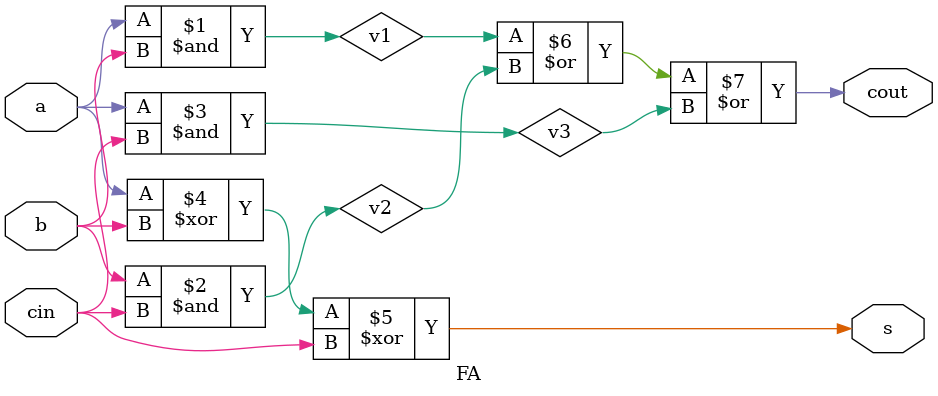
<source format=v>
`timescale 1ns / 1ps
module wallace_4bit(
input [3:0]a,
input [3:0]b,
//defined input and output of the design 
output [7:0]product
 );
//required nets in the design
 wire pp[6:0][3:0];
 wire [12:1]s;
 wire [12:1]c;
 //use of the genvar and generate block that works in the elobration region  and helps in designing the structure of the hardware...... 
 genvar i,j;
 and (pp[0][0],a[0],b[0]); //this is the first partial product
 for(j=1;j<=3;j=j+1)  //for the partial product generation use the nested for loop
 begin
 for(i=0;i<=j;i=i+1)   
 begin
 assign pp[j][i] = a[j-i]&b[i];  //partial product due to the above for loop
 end
 end
//these for loops in the generate block helps in designing the 'and' gate in the elobration region
 
 for(i=1;i<=3;i=i+1)
  begin
  assign pp[4][i-1] = a[4-i]&b[i];
  end
  for(i=2;i<=3;i=i+1)
   begin
   assign pp[5][i-2] = a[5-i]&b[i];
   end
   and (pp[6][0],a[3],b[3]);

//now instantiate the defined half adder and the full adder for the different stages of the wallace multiplier
   //stage 1: for 2 half adder
   HA ha1(pp[3][0],pp[3][1],s[1],c[1]);
   HA ha2(pp[4][0],pp[4][1],s[2],c[2]);

 //stage 2: one half adder and 3 full adder
   HA ha3(pp[2][0],pp[2][1],s[3],c[3]);
   FA fa4(s[1],pp[3][2],pp[3][3],s[4],c[4]);
   FA fa5(s[2],pp[4][2],c[1],s[5],c[5]);
   FA fa6(pp[5][0],pp[5][1],c[2],s[6],c[6]);


   //stage3 :1 half adder and 5 full adder
   HA ha7(pp[1][0],pp[1][1],s[7],c[7]);
   FA fa8(s[3],pp[2][2],c[7],s[8],c[8]);
   FA fa9(s[4],c[3],c[8],s[9],c[9]);
   FA fa10(s[5],c[4],c[9],s[10],c[10]);
   FA fa11(s[6],c[5],c[10],s[11],c[11]);
   FA fa12(pp[6][0],c[6],c[11],s[12],c[12]);

//assign the LSB of the result using the assign statement called continuous assignment directly
   assign product[0] = pp[0][0];
   for(i=1;i<=6;i=i+1)begin
   assign product[i] = s[i+6];
   end
   assign product[7] = c[12];
 endmodule
 
//now making the half adder and full adder module that can be used in the top module
 module HA (
 input a,b,
 output s,c
 );
 //use gate level modelling style
 xor (s,a,b);
 and (c,a,b);
 
 endmodule
 
 module FA(
 input a,b,cin,
 output s,cout
 );
 //for the internal undefined nets we have to defined the internal nets by variable name
 wire v1,v2,v3;
 
 //using gate level modelling style
 and(v1,a,b);
 and(v2,b,cin);
 and(v3,a,cin);
 
 xor(s,a,b,cin);
 or(cout,v1,v2,v3);
 
 endmodule



</source>
